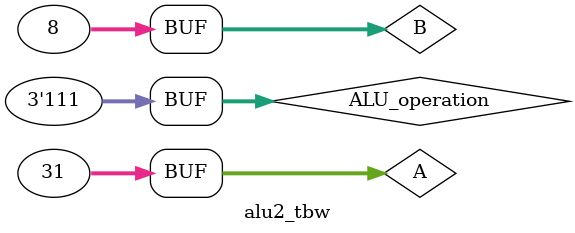
<source format=v>
`timescale 1ns / 1ps


module alu2_tbw;

	// Inputs
	reg [31:0] A;
	reg [31:0] B;
	reg [2:0] ALU_operation;

	// Outputs
	wire [31:0] res;
	wire zero;
	wire overflow;

	// Instantiate the Unit Under Test (UUT)
	alu uut (
		.A(A), 
		.B(B), 
		.ALU_operation(ALU_operation), 
		.res(res), 
		.zero(zero), 
		.overflow(overflow)
	);

	initial begin
		// Initialize Inputs
		A = 0;
		B = 0;
		ALU_operation = 0;

		// Wait 100 ns for global reset to finish
		#10;
        
		// Add stimulus here
		A = 31;
		B = 8;
		ALU_operation = 1;
		#10;
		ALU_operation = 2;
		#10;
		ALU_operation = 3;
		#10;
		ALU_operation = 4;
		#10;
		ALU_operation = 5;
		#10;
		ALU_operation = 6;
		#10;
		ALU_operation = 7;
		#10;
	end
      
endmodule


</source>
